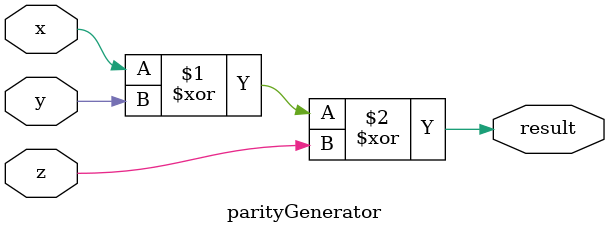
<source format=v>
module parityGenerator(
	input x,
	input y,
	input z,
	output result);
	
	xor( result, x, y, z );
	
endmodule
</source>
